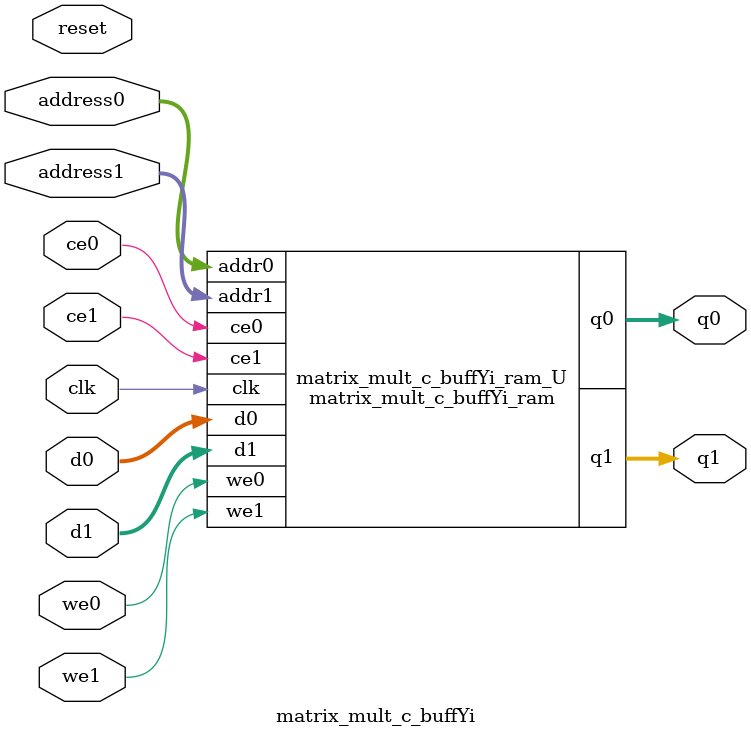
<source format=v>
`timescale 1 ns / 1 ps
module matrix_mult_c_buffYi_ram (addr0, ce0, d0, we0, q0, addr1, ce1, d1, we1, q1,  clk);

parameter DWIDTH = 32;
parameter AWIDTH = 8;
parameter MEM_SIZE = 200;

input[AWIDTH-1:0] addr0;
input ce0;
input[DWIDTH-1:0] d0;
input we0;
output reg[DWIDTH-1:0] q0;
input[AWIDTH-1:0] addr1;
input ce1;
input[DWIDTH-1:0] d1;
input we1;
output reg[DWIDTH-1:0] q1;
input clk;

(* ram_style = "block" *)reg [DWIDTH-1:0] ram[0:MEM_SIZE-1];




always @(posedge clk)  
begin 
    if (ce0) begin
        if (we0) 
            ram[addr0] <= d0; 
        q0 <= ram[addr0];
    end
end


always @(posedge clk)  
begin 
    if (ce1) begin
        if (we1) 
            ram[addr1] <= d1; 
        q1 <= ram[addr1];
    end
end


endmodule

`timescale 1 ns / 1 ps
module matrix_mult_c_buffYi(
    reset,
    clk,
    address0,
    ce0,
    we0,
    d0,
    q0,
    address1,
    ce1,
    we1,
    d1,
    q1);

parameter DataWidth = 32'd32;
parameter AddressRange = 32'd200;
parameter AddressWidth = 32'd8;
input reset;
input clk;
input[AddressWidth - 1:0] address0;
input ce0;
input we0;
input[DataWidth - 1:0] d0;
output[DataWidth - 1:0] q0;
input[AddressWidth - 1:0] address1;
input ce1;
input we1;
input[DataWidth - 1:0] d1;
output[DataWidth - 1:0] q1;



matrix_mult_c_buffYi_ram matrix_mult_c_buffYi_ram_U(
    .clk( clk ),
    .addr0( address0 ),
    .ce0( ce0 ),
    .we0( we0 ),
    .d0( d0 ),
    .q0( q0 ),
    .addr1( address1 ),
    .ce1( ce1 ),
    .we1( we1 ),
    .d1( d1 ),
    .q1( q1 ));

endmodule


</source>
